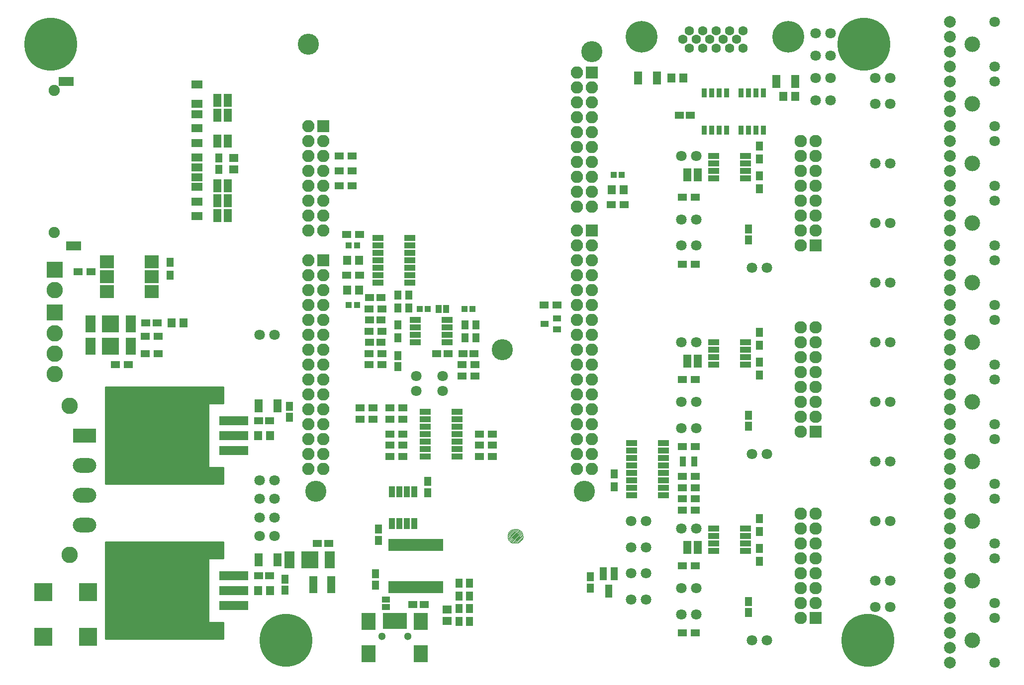
<source format=gbr>
G04 #@! TF.GenerationSoftware,KiCad,Pcbnew,(2018-01-25 revision 89a5a84af)-makepkg*
G04 #@! TF.CreationDate,2018-03-13T00:00:10+00:00*
G04 #@! TF.ProjectId,WolfDrive_H7Controller,576F6C6644726976655F4837436F6E74,rev?*
G04 #@! TF.SameCoordinates,Original*
G04 #@! TF.FileFunction,Soldermask,Top*
G04 #@! TF.FilePolarity,Negative*
%FSLAX46Y46*%
G04 Gerber Fmt 4.6, Leading zero omitted, Abs format (unit mm)*
G04 Created by KiCad (PCBNEW (2018-01-25 revision 89a5a84af)-makepkg) date Tue Mar 13 00:00:10 2018*
%MOMM*%
%LPD*%
G01*
G04 APERTURE LIST*
%ADD10C,0.100000*%
%ADD11R,3.100000X3.100000*%
%ADD12C,3.600000*%
%ADD13R,0.900000X2.700000*%
%ADD14R,2.400000X2.900000*%
%ADD15C,1.300000*%
%ADD16R,1.150000X1.600000*%
%ADD17R,1.000000X1.950000*%
%ADD18R,1.600000X1.150000*%
%ADD19R,2.127200X2.127200*%
%ADD20O,2.127200X2.127200*%
%ADD21R,1.400000X2.900000*%
%ADD22R,1.400000X1.650000*%
%ADD23R,1.650000X1.400000*%
%ADD24R,2.100000X2.100000*%
%ADD25O,2.100000X2.100000*%
%ADD26R,1.900000X1.400000*%
%ADD27R,2.600000X1.600000*%
%ADD28C,1.900000*%
%ADD29R,1.000000X1.100000*%
%ADD30R,1.600000X1.300000*%
%ADD31R,1.416000X2.178000*%
%ADD32R,1.670000X2.940000*%
%ADD33R,2.940000X2.940000*%
%ADD34R,0.908000X1.543000*%
%ADD35R,1.950000X1.000000*%
%ADD36C,2.800000*%
%ADD37R,2.800000X2.800000*%
%ADD38R,4.000000X2.480000*%
%ADD39O,4.000000X2.480000*%
%ADD40R,1.400760X2.299920*%
%ADD41R,1.035000X1.416000*%
%ADD42R,1.400760X0.999440*%
%ADD43R,1.300000X1.600000*%
%ADD44R,1.100000X1.700000*%
%ADD45R,1.200000X2.300000*%
%ADD46R,2.400000X2.180000*%
%ADD47R,1.900000X1.000000*%
%ADD48R,9.800000X11.200000*%
%ADD49R,5.000000X1.500000*%
%ADD50R,1.416000X1.035000*%
%ADD51R,0.850000X2.150000*%
%ADD52C,2.000000*%
%ADD53C,1.800000*%
%ADD54C,2.650440*%
%ADD55C,9.000000*%
%ADD56C,1.100000*%
%ADD57C,5.401260*%
%ADD58C,1.598880*%
%ADD59C,0.254000*%
G04 APERTURE END LIST*
D10*
X32744970Y-7379875D02*
X33633313Y-6491531D01*
X32816760Y-7053527D02*
X33308531Y-6561755D01*
X32764560Y-7233005D02*
X33461248Y-6536317D01*
X32728827Y-7523297D02*
X33805815Y-6446308D01*
X32719355Y-7660048D02*
X33956860Y-6422543D01*
X32717860Y-7788822D02*
X34095868Y-6410815D01*
X32729941Y-7904020D02*
X34220809Y-6413152D01*
X32755109Y-8006132D02*
X34327664Y-6433576D01*
X32782222Y-8106298D02*
X34424366Y-6464153D01*
X32811744Y-8204055D02*
X34519653Y-6496146D01*
X32844696Y-8298382D02*
X34613538Y-6529540D01*
X32890796Y-8379562D02*
X34700497Y-6569861D01*
X32956774Y-8440862D02*
X34784429Y-6613208D01*
X33028525Y-8496390D02*
X34865319Y-6659597D01*
X33101550Y-8550645D02*
X34937461Y-6714734D01*
X33178433Y-8601041D02*
X34999194Y-6780280D01*
X33257281Y-8649473D02*
X35056333Y-6850420D01*
X33340581Y-8693452D02*
X35104144Y-6929888D01*
X33427539Y-8733773D02*
X35148208Y-7013104D01*
X33524152Y-8764439D02*
X35181510Y-7107082D01*
X33631914Y-8783957D02*
X35207346Y-7208524D01*
X33746774Y-8796376D02*
X35232751Y-7310398D01*
X33871659Y-8798770D02*
X35256641Y-7413788D01*
X34009447Y-8788261D02*
X35275493Y-7522215D01*
X34148904Y-8776083D02*
X35291883Y-7633104D01*
X34288361Y-8763906D02*
X35296064Y-7756203D01*
X34447673Y-8731873D02*
X35272540Y-7907006D01*
X34727075Y-8579750D02*
X34742741Y-8564084D01*
X34946142Y-8360683D02*
X35214037Y-8092787D01*
X32748220Y-7980680D02*
X32724195Y-7874275D01*
X32724195Y-7874275D02*
X32718312Y-7689873D01*
X32718312Y-7689873D02*
X32736205Y-7448526D01*
X32736205Y-7448526D02*
X32767963Y-7208071D01*
X32767963Y-7208071D02*
X32804372Y-7076295D01*
X32804372Y-7076295D02*
X32882495Y-6940521D01*
X32882495Y-6940521D02*
X32975379Y-6835705D01*
X32975379Y-6835705D02*
X33013517Y-6766194D01*
X33013517Y-6766194D02*
X33019406Y-6759014D01*
X33019406Y-6759014D02*
X33104317Y-6703809D01*
X33104317Y-6703809D02*
X33213591Y-6594761D01*
X33213591Y-6594761D02*
X33240057Y-6580368D01*
X33240057Y-6580368D02*
X33296433Y-6563666D01*
X33296433Y-6563666D02*
X33489962Y-6530574D01*
X33489962Y-6530574D02*
X33650550Y-6486617D01*
X33650550Y-6486617D02*
X33807063Y-6445984D01*
X33807063Y-6445984D02*
X33976756Y-6419429D01*
X33976756Y-6419429D02*
X34177637Y-6404901D01*
X34177637Y-6404901D02*
X34333662Y-6434723D01*
X34333662Y-6434723D02*
X34485244Y-6483906D01*
X34485244Y-6483906D02*
X34635246Y-6537262D01*
X34635246Y-6537262D02*
X34862595Y-6657516D01*
X34862595Y-6657516D02*
X34945020Y-6720511D01*
X34945020Y-6720511D02*
X35004011Y-6785594D01*
X35004011Y-6785594D02*
X35059209Y-6853984D01*
X35059209Y-6853984D02*
X35109972Y-6939733D01*
X35109972Y-6939733D02*
X35155767Y-7027609D01*
X35155767Y-7027609D02*
X35183851Y-7114310D01*
X35183851Y-7114310D02*
X35252279Y-7388705D01*
X35252279Y-7388705D02*
X35298204Y-7676637D01*
X35298204Y-7676637D02*
X35294523Y-7813464D01*
X35294523Y-7813464D02*
X35273400Y-7904274D01*
X35273400Y-7904274D02*
X35196568Y-8148263D01*
X35196568Y-8148263D02*
X35163940Y-8203634D01*
X35163940Y-8203634D02*
X35073284Y-8271701D01*
X35073284Y-8271701D02*
X34920533Y-8380019D01*
X34920533Y-8380019D02*
X34856378Y-8435994D01*
X34856378Y-8435994D02*
X34735319Y-8572782D01*
X34735319Y-8572782D02*
X34638820Y-8654349D01*
X34638820Y-8654349D02*
X34569897Y-8692030D01*
X34569897Y-8692030D02*
X34420646Y-8740683D01*
X34420646Y-8740683D02*
X34297777Y-8763083D01*
X34297777Y-8763083D02*
X33895839Y-8798182D01*
X33895839Y-8798182D02*
X33700040Y-8794411D01*
X33700040Y-8794411D02*
X33501224Y-8760023D01*
X33501224Y-8760023D02*
X33442594Y-8740060D01*
X33442594Y-8740060D02*
X33266193Y-8654946D01*
X33266193Y-8654946D02*
X33065086Y-8524684D01*
X33065086Y-8524684D02*
X32930583Y-8420593D01*
X32930583Y-8420593D02*
X32878904Y-8367298D01*
X32878904Y-8367298D02*
X32866020Y-8346563D01*
X32866020Y-8346563D02*
X32832466Y-8270747D01*
X32832466Y-8270747D02*
X32787985Y-8127592D01*
X32787985Y-8127592D02*
X32748220Y-7980680D01*
X32748220Y-7980680D02*
X32748220Y-7980680D01*
D11*
X-46345000Y-24755000D03*
X-46345000Y-17155000D03*
X-38745000Y-24755000D03*
X-38745000Y-17155000D03*
D12*
X31750000Y24130000D03*
D13*
X11862000Y-22092000D03*
X12662000Y-22092000D03*
X13462000Y-22092000D03*
X14262000Y-22092000D03*
X15062000Y-22092000D03*
D14*
X9012000Y-22192000D03*
X9012000Y-27692000D03*
X17912000Y-22192000D03*
X17912000Y-27692000D03*
D15*
X11262000Y-24692000D03*
X15662000Y-24692000D03*
D16*
X-5207000Y-14925000D03*
X-5207000Y-16825000D03*
D17*
X16764000Y-94000D03*
X15494000Y-94000D03*
X14224000Y-94000D03*
X12954000Y-94000D03*
X12954000Y-5494000D03*
X14224000Y-5494000D03*
X15494000Y-5494000D03*
X16764000Y-5494000D03*
D18*
X-7813000Y-14351000D03*
X-9713000Y-14351000D03*
D19*
X85090000Y-21590000D03*
D20*
X82550000Y-21590000D03*
X85090000Y-19050000D03*
X82550000Y-19050000D03*
X85090000Y-16510000D03*
X82550000Y-16510000D03*
X85090000Y-13970000D03*
X82550000Y-13970000D03*
X85090000Y-11430000D03*
X82550000Y-11430000D03*
X85090000Y-8890000D03*
X82550000Y-8890000D03*
X85090000Y-6350000D03*
X82550000Y-6350000D03*
X85090000Y-3810000D03*
X82550000Y-3810000D03*
D21*
X2643000Y-15875000D03*
X-357000Y-15875000D03*
D18*
X320000Y-8890000D03*
X2220000Y-8890000D03*
X11110000Y29210000D03*
X9210000Y29210000D03*
D16*
X-4445000Y12639000D03*
X-4445000Y14539000D03*
D18*
X61915000Y64135000D03*
X63815000Y64135000D03*
D22*
X-9763000Y-16891000D03*
X-7763000Y-16891000D03*
X-7779000Y9525000D03*
X-9779000Y9525000D03*
D18*
X18476000Y-19304000D03*
X16576000Y-19304000D03*
D16*
X19050000Y-188000D03*
X19050000Y1712000D03*
D23*
X22352000Y-20082000D03*
X22352000Y-22082000D03*
D16*
X10668000Y-8316000D03*
X10668000Y-6416000D03*
D18*
X26985000Y23495000D03*
X25085000Y23495000D03*
D22*
X5350000Y39370000D03*
X7350000Y39370000D03*
X5350000Y34290000D03*
X7350000Y34290000D03*
X50435000Y51435000D03*
X52435000Y51435000D03*
D18*
X22540000Y23495000D03*
X20640000Y23495000D03*
X11110000Y33020000D03*
X9210000Y33020000D03*
D22*
X-24495000Y28702000D03*
X-22495000Y28702000D03*
D18*
X-28890000Y28702000D03*
X-26990000Y28702000D03*
D16*
X-16510000Y56830000D03*
X-16510000Y54930000D03*
D23*
X-13970000Y56880000D03*
X-13970000Y54880000D03*
D16*
X73660000Y44765000D03*
X73660000Y42865000D03*
D18*
X9210000Y25400000D03*
X11110000Y25400000D03*
D16*
X13970000Y21275000D03*
X13970000Y23175000D03*
X46736000Y-14544000D03*
X46736000Y-16444000D03*
D22*
X60595000Y70485000D03*
X62595000Y70485000D03*
X79645000Y67310000D03*
X81645000Y67310000D03*
D16*
X73660000Y-18735000D03*
X73660000Y-20635000D03*
X73660000Y11115000D03*
X73660000Y13015000D03*
D24*
X46990000Y71374000D03*
D25*
X44450000Y71374000D03*
X46990000Y68834000D03*
X44450000Y68834000D03*
X46990000Y66294000D03*
X44450000Y66294000D03*
X46990000Y63754000D03*
X44450000Y63754000D03*
X46990000Y61214000D03*
X44450000Y61214000D03*
X46990000Y58674000D03*
X44450000Y58674000D03*
X46990000Y56134000D03*
X44450000Y56134000D03*
X46990000Y53594000D03*
X44450000Y53594000D03*
X46990000Y51054000D03*
X44450000Y51054000D03*
X46990000Y48514000D03*
X44450000Y48514000D03*
D24*
X1270000Y62230000D03*
D25*
X-1270000Y62230000D03*
X1270000Y59690000D03*
X-1270000Y59690000D03*
X1270000Y57150000D03*
X-1270000Y57150000D03*
X1270000Y54610000D03*
X-1270000Y54610000D03*
X1270000Y52070000D03*
X-1270000Y52070000D03*
X1270000Y49530000D03*
X-1270000Y49530000D03*
X1270000Y46990000D03*
X-1270000Y46990000D03*
X1270000Y44450000D03*
X-1270000Y44450000D03*
D24*
X1270000Y39370000D03*
D25*
X-1270000Y39370000D03*
X1270000Y36830000D03*
X-1270000Y36830000D03*
X1270000Y34290000D03*
X-1270000Y34290000D03*
X1270000Y31750000D03*
X-1270000Y31750000D03*
X1270000Y29210000D03*
X-1270000Y29210000D03*
X1270000Y26670000D03*
X-1270000Y26670000D03*
X1270000Y24130000D03*
X-1270000Y24130000D03*
X1270000Y21590000D03*
X-1270000Y21590000D03*
X1270000Y19050000D03*
X-1270000Y19050000D03*
X1270000Y16510000D03*
X-1270000Y16510000D03*
X1270000Y13970000D03*
X-1270000Y13970000D03*
X1270000Y11430000D03*
X-1270000Y11430000D03*
X1270000Y8890000D03*
X-1270000Y8890000D03*
X1270000Y6350000D03*
X-1270000Y6350000D03*
X1270000Y3810000D03*
X-1270000Y3810000D03*
D24*
X46990000Y44450000D03*
D25*
X44450000Y44450000D03*
X46990000Y41910000D03*
X44450000Y41910000D03*
X46990000Y39370000D03*
X44450000Y39370000D03*
X46990000Y36830000D03*
X44450000Y36830000D03*
X46990000Y34290000D03*
X44450000Y34290000D03*
X46990000Y31750000D03*
X44450000Y31750000D03*
X46990000Y29210000D03*
X44450000Y29210000D03*
X46990000Y26670000D03*
X44450000Y26670000D03*
X46990000Y24130000D03*
X44450000Y24130000D03*
X46990000Y21590000D03*
X44450000Y21590000D03*
X46990000Y19050000D03*
X44450000Y19050000D03*
X46990000Y16510000D03*
X44450000Y16510000D03*
X46990000Y13970000D03*
X44450000Y13970000D03*
X46990000Y11430000D03*
X44450000Y11430000D03*
X46990000Y8890000D03*
X44450000Y8890000D03*
X46990000Y6350000D03*
X44450000Y6350000D03*
X46990000Y3810000D03*
X44450000Y3810000D03*
D26*
X-20235000Y49410000D03*
X-20235000Y51910000D03*
X-20235000Y55210000D03*
X-20235000Y56910000D03*
X-20235000Y59410000D03*
X-20235000Y61910000D03*
X-20235000Y64330000D03*
X-20235000Y66030000D03*
X-20235000Y46910000D03*
X-20235000Y53560000D03*
X-20235000Y69380000D03*
D27*
X-41235000Y41880000D03*
X-42435000Y69880000D03*
D28*
X-44535000Y44180000D03*
X-44535000Y68380000D03*
D29*
X19115000Y31115000D03*
X17715000Y31115000D03*
X7050000Y41910000D03*
X5650000Y41910000D03*
X5650000Y31750000D03*
X7050000Y31750000D03*
X52135000Y53975000D03*
X50735000Y53975000D03*
X25335000Y31115000D03*
X26735000Y31115000D03*
D30*
X64600000Y635000D03*
X62400000Y635000D03*
X64600000Y38735000D03*
X62400000Y38735000D03*
X62400000Y-24130000D03*
X64600000Y-24130000D03*
X62400000Y7620000D03*
X64600000Y7620000D03*
X62400000Y50165000D03*
X64600000Y50165000D03*
X62400000Y-12700000D03*
X64600000Y-12700000D03*
X64600000Y19050000D03*
X62400000Y19050000D03*
X62400000Y-3175000D03*
X64600000Y-3175000D03*
X64600000Y-1270000D03*
X62400000Y-1270000D03*
X62400000Y2540000D03*
X64600000Y2540000D03*
D31*
X-14986000Y46990000D03*
X-16764000Y46990000D03*
X-16764000Y49530000D03*
X-14986000Y49530000D03*
X-14986000Y52070000D03*
X-16764000Y52070000D03*
X-16764000Y59690000D03*
X-14986000Y59690000D03*
X-14986000Y64135000D03*
X-16764000Y64135000D03*
X-14986000Y66675000D03*
X-16764000Y66675000D03*
X63246000Y53975000D03*
X65024000Y53975000D03*
X63246000Y-9525000D03*
X65024000Y-9525000D03*
X65024000Y22225000D03*
X63246000Y22225000D03*
D32*
X2413000Y-11684000D03*
D33*
X-1016000Y-11684000D03*
D32*
X-4445000Y-11684000D03*
X-38354000Y28575000D03*
D33*
X-34925000Y28575000D03*
D32*
X-31496000Y28575000D03*
X-31496000Y24765000D03*
D33*
X-34925000Y24765000D03*
D32*
X-38354000Y24765000D03*
D34*
X72390000Y67945000D03*
X73660000Y67945000D03*
X74930000Y67945000D03*
X76200000Y67945000D03*
X76200000Y61595000D03*
X74930000Y61595000D03*
X73660000Y61595000D03*
X72390000Y61595000D03*
X66167000Y67945000D03*
X67437000Y67945000D03*
X68707000Y67945000D03*
X69977000Y67945000D03*
X69977000Y61595000D03*
X68707000Y61595000D03*
X67437000Y61595000D03*
X66167000Y61595000D03*
D35*
X73185000Y53340000D03*
X73185000Y54610000D03*
X73185000Y55880000D03*
X73185000Y57150000D03*
X67785000Y57150000D03*
X67785000Y55880000D03*
X67785000Y54610000D03*
X67785000Y53340000D03*
X73185000Y-10160000D03*
X73185000Y-8890000D03*
X73185000Y-7620000D03*
X73185000Y-6350000D03*
X67785000Y-6350000D03*
X67785000Y-7620000D03*
X67785000Y-8890000D03*
X67785000Y-10160000D03*
X67785000Y21590000D03*
X67785000Y22860000D03*
X67785000Y24130000D03*
X67785000Y25400000D03*
X73185000Y25400000D03*
X73185000Y24130000D03*
X73185000Y22860000D03*
X73185000Y21590000D03*
D36*
X-44450000Y23480000D03*
X-44450000Y19980000D03*
X-44450000Y26980000D03*
D37*
X-44450000Y30480000D03*
D38*
X-39370000Y9525000D03*
D39*
X-39370000Y4445000D03*
X-39370000Y-635000D03*
X-39370000Y-5715000D03*
D36*
X-41870000Y14605000D03*
X-41870000Y-10795000D03*
D40*
X58115200Y70485000D03*
X54914800Y70485000D03*
X-6527800Y-11684000D03*
X-9728200Y-11684000D03*
X-9728200Y14605000D03*
X-6527800Y14605000D03*
D41*
X20949920Y31115000D03*
X22225000Y31115000D03*
D40*
X81610200Y69850000D03*
X78409800Y69850000D03*
D36*
X-44450000Y34290000D03*
D37*
X-44450000Y37790000D03*
D20*
X82550000Y59690000D03*
X85090000Y59690000D03*
X82550000Y57150000D03*
X85090000Y57150000D03*
X82550000Y54610000D03*
X85090000Y54610000D03*
X82550000Y52070000D03*
X85090000Y52070000D03*
X82550000Y49530000D03*
X85090000Y49530000D03*
X82550000Y46990000D03*
X85090000Y46990000D03*
X82550000Y44450000D03*
X85090000Y44450000D03*
X82550000Y41910000D03*
D19*
X85090000Y41910000D03*
D20*
X82550000Y27940000D03*
X85090000Y27940000D03*
X82550000Y25400000D03*
X85090000Y25400000D03*
X82550000Y22860000D03*
X85090000Y22860000D03*
X82550000Y20320000D03*
X85090000Y20320000D03*
X82550000Y17780000D03*
X85090000Y17780000D03*
X82550000Y15240000D03*
X85090000Y15240000D03*
X82550000Y12700000D03*
X85090000Y12700000D03*
X82550000Y10160000D03*
D19*
X85090000Y10160000D03*
D42*
X41061640Y27622500D03*
X38948360Y28575000D03*
X41061640Y29527500D03*
D43*
X15875000Y31285000D03*
X15875000Y33485000D03*
D30*
X9060000Y31115000D03*
X11260000Y31115000D03*
X-29040000Y23495000D03*
X-26840000Y23495000D03*
D43*
X-24765000Y36873000D03*
X-24765000Y39073000D03*
D30*
X-31920000Y21590000D03*
X-34120000Y21590000D03*
X9060000Y21590000D03*
X11260000Y21590000D03*
X-40470000Y37465000D03*
X-38270000Y37465000D03*
D43*
X26162000Y-22182000D03*
X26162000Y-19982000D03*
D30*
X3980000Y57150000D03*
X6180000Y57150000D03*
X6180000Y54610000D03*
X3980000Y54610000D03*
X6180000Y52070000D03*
X3980000Y52070000D03*
D43*
X75565000Y51605000D03*
X75565000Y53805000D03*
X75565000Y56685000D03*
X75565000Y58885000D03*
X75565000Y-11895000D03*
X75565000Y-9695000D03*
X75565000Y-4615000D03*
X75565000Y-6815000D03*
X75565000Y22055000D03*
X75565000Y19855000D03*
X75565000Y27135000D03*
X75565000Y24935000D03*
D30*
X-29040000Y26416000D03*
X-26840000Y26416000D03*
X27135000Y19685000D03*
X24935000Y19685000D03*
X5250000Y43815000D03*
X7450000Y43815000D03*
X5250000Y36830000D03*
X7450000Y36830000D03*
X52535000Y48895000D03*
X50335000Y48895000D03*
X27135000Y21590000D03*
X24935000Y21590000D03*
D43*
X27305000Y28405000D03*
X27305000Y26205000D03*
X25400000Y28405000D03*
X25400000Y26205000D03*
D30*
X41105000Y31750000D03*
X38905000Y31750000D03*
D43*
X50800000Y3005000D03*
X50800000Y805000D03*
D30*
X12616000Y14224000D03*
X14816000Y14224000D03*
X7536000Y14224000D03*
X9736000Y14224000D03*
X12616000Y9779000D03*
X14816000Y9779000D03*
X30056000Y5969000D03*
X27856000Y5969000D03*
X14816000Y12319000D03*
X12616000Y12319000D03*
X7536000Y12319000D03*
X9736000Y12319000D03*
X12616000Y7874000D03*
X14816000Y7874000D03*
X12616000Y5969000D03*
X14816000Y5969000D03*
X30056000Y7874000D03*
X27856000Y7874000D03*
X30056000Y9779000D03*
X27856000Y9779000D03*
D44*
X64450000Y5080000D03*
X62550000Y5080000D03*
D30*
X11260000Y23495000D03*
X9060000Y23495000D03*
X9060000Y27305000D03*
X11260000Y27305000D03*
D43*
X13970000Y28405000D03*
X13970000Y26205000D03*
X13970000Y33485000D03*
X13970000Y31285000D03*
D45*
X50861000Y-13994000D03*
X48961000Y-13994000D03*
X49911000Y-16994000D03*
D46*
X-35560000Y39116000D03*
X-27940000Y34036000D03*
X-35560000Y36576000D03*
X-27940000Y36576000D03*
X-35560000Y34036000D03*
X-27940000Y39116000D03*
D35*
X22385000Y29210000D03*
X22385000Y27940000D03*
X22385000Y26670000D03*
X22385000Y25400000D03*
X16985000Y25400000D03*
X16985000Y26670000D03*
X16985000Y27940000D03*
X16985000Y29210000D03*
D47*
X16035000Y43180000D03*
X16035000Y41910000D03*
X16035000Y40640000D03*
X16035000Y39370000D03*
X16035000Y38100000D03*
X16035000Y36830000D03*
X16035000Y35560000D03*
X10635000Y35560000D03*
X10635000Y36830000D03*
X10635000Y38100000D03*
X10635000Y39370000D03*
X10635000Y40640000D03*
X10635000Y41910000D03*
X10635000Y43180000D03*
X53815000Y8255000D03*
X53815000Y6985000D03*
X53815000Y5715000D03*
X53815000Y4445000D03*
X53815000Y3175000D03*
X53815000Y1905000D03*
X53815000Y635000D03*
X53815000Y-635000D03*
X59215000Y-635000D03*
X59215000Y635000D03*
X59215000Y1905000D03*
X59215000Y3175000D03*
X59215000Y4445000D03*
X59215000Y5715000D03*
X59215000Y6985000D03*
X59215000Y8255000D03*
X18636000Y13589000D03*
X18636000Y12319000D03*
X18636000Y11049000D03*
X18636000Y9779000D03*
X18636000Y8509000D03*
X18636000Y7239000D03*
X18636000Y5969000D03*
X24036000Y5969000D03*
X24036000Y7239000D03*
X24036000Y8509000D03*
X24036000Y9779000D03*
X24036000Y11049000D03*
X24036000Y12319000D03*
X24036000Y13589000D03*
D48*
X-23060000Y-16891000D03*
D49*
X-13910000Y-14351000D03*
X-13910000Y-16891000D03*
X-13910000Y-19431000D03*
X-13910000Y6985000D03*
X-13910000Y9525000D03*
X-13910000Y12065000D03*
D48*
X-23060000Y9525000D03*
D18*
X-9713000Y12065000D03*
X-7813000Y12065000D03*
D16*
X10160000Y-15936000D03*
X10160000Y-14036000D03*
D43*
X24384000Y-15664000D03*
X24384000Y-17864000D03*
X26162000Y-17864000D03*
X26162000Y-15664000D03*
D50*
X11938000Y-18412460D03*
X11938000Y-19687540D03*
D43*
X24384000Y-19982000D03*
X24384000Y-22182000D03*
D51*
X21243000Y-9100000D03*
X20593000Y-9100000D03*
X19943000Y-9100000D03*
X19293000Y-9100000D03*
X18643000Y-9100000D03*
X17993000Y-9100000D03*
X17343000Y-9100000D03*
X16693000Y-9100000D03*
X16043000Y-9100000D03*
X15393000Y-9100000D03*
X14743000Y-9100000D03*
X14093000Y-9100000D03*
X13443000Y-9100000D03*
X12793000Y-9100000D03*
X12793000Y-16300000D03*
X13443000Y-16300000D03*
X14093000Y-16300000D03*
X14743000Y-16300000D03*
X15393000Y-16300000D03*
X16043000Y-16300000D03*
X16693000Y-16300000D03*
X17343000Y-16300000D03*
X17993000Y-16300000D03*
X18643000Y-16300000D03*
X19293000Y-16300000D03*
X19943000Y-16300000D03*
X20593000Y-16300000D03*
X21243000Y-16300000D03*
D52*
X107950000Y80010000D03*
X107950000Y77470000D03*
X107950000Y74930000D03*
X107950000Y72390000D03*
D53*
X115570000Y72390000D03*
X115570000Y80010000D03*
D54*
X111760000Y76200000D03*
X111760000Y-5080000D03*
D53*
X115570000Y-1270000D03*
X115570000Y-8890000D03*
D52*
X107950000Y-8890000D03*
X107950000Y-6350000D03*
X107950000Y-3810000D03*
X107950000Y-1270000D03*
D54*
X111760000Y-15240000D03*
D53*
X115570000Y-11430000D03*
X115570000Y-19050000D03*
D52*
X107950000Y-19050000D03*
X107950000Y-16510000D03*
X107950000Y-13970000D03*
X107950000Y-11430000D03*
X107950000Y8890000D03*
X107950000Y6350000D03*
X107950000Y3810000D03*
X107950000Y1270000D03*
D53*
X115570000Y1270000D03*
X115570000Y8890000D03*
D54*
X111760000Y5080000D03*
X111760000Y15240000D03*
D53*
X115570000Y19050000D03*
X115570000Y11430000D03*
D52*
X107950000Y11430000D03*
X107950000Y13970000D03*
X107950000Y16510000D03*
X107950000Y19050000D03*
D54*
X111760000Y25400000D03*
D53*
X115570000Y29210000D03*
X115570000Y21590000D03*
D52*
X107950000Y21590000D03*
X107950000Y24130000D03*
X107950000Y26670000D03*
X107950000Y29210000D03*
X107950000Y39370000D03*
X107950000Y36830000D03*
X107950000Y34290000D03*
X107950000Y31750000D03*
D53*
X115570000Y31750000D03*
X115570000Y39370000D03*
D54*
X111760000Y35560000D03*
X111760000Y45720000D03*
D53*
X115570000Y49530000D03*
X115570000Y41910000D03*
D52*
X107950000Y41910000D03*
X107950000Y44450000D03*
X107950000Y46990000D03*
X107950000Y49530000D03*
X107950000Y59690000D03*
X107950000Y57150000D03*
X107950000Y54610000D03*
X107950000Y52070000D03*
D53*
X115570000Y52070000D03*
X115570000Y59690000D03*
D54*
X111760000Y55880000D03*
D52*
X107950000Y69850000D03*
X107950000Y67310000D03*
X107950000Y64770000D03*
X107950000Y62230000D03*
D53*
X115570000Y62230000D03*
X115570000Y69850000D03*
D54*
X111760000Y66040000D03*
D52*
X107950000Y-21590000D03*
X107950000Y-24130000D03*
X107950000Y-26670000D03*
X107950000Y-29210000D03*
D53*
X115570000Y-29210000D03*
X115570000Y-21590000D03*
D54*
X111760000Y-25400000D03*
D55*
X-5080000Y-25400000D03*
D56*
X-1855000Y-25400000D03*
X-2799581Y-27680419D03*
X-5080000Y-28625000D03*
X-7360419Y-27680419D03*
X-8305000Y-25400000D03*
X-7360419Y-23119581D03*
X-5080000Y-22175000D03*
X-2799581Y-23119581D03*
X95625419Y78480419D03*
X93345000Y79425000D03*
X91064581Y78480419D03*
X90120000Y76200000D03*
X91064581Y73919581D03*
X93345000Y72975000D03*
X95625419Y73919581D03*
X96570000Y76200000D03*
D55*
X93345000Y76200000D03*
X-45085000Y76200000D03*
D56*
X-41860000Y76200000D03*
X-42804581Y73919581D03*
X-45085000Y72975000D03*
X-47365419Y73919581D03*
X-48310000Y76200000D03*
X-47365419Y78480419D03*
X-45085000Y79425000D03*
X-42804581Y78480419D03*
X96260419Y-23119581D03*
X93980000Y-22175000D03*
X91699581Y-23119581D03*
X90755000Y-25400000D03*
X91699581Y-27680419D03*
X93980000Y-28625000D03*
X96260419Y-27680419D03*
X97205000Y-25400000D03*
D55*
X93980000Y-25400000D03*
D12*
X-1270000Y76200000D03*
X46990000Y74930000D03*
X45720000Y0D03*
X0Y0D03*
D53*
X95250000Y-5080000D03*
X97790000Y-5080000D03*
X97790000Y-15240000D03*
X95250000Y-15240000D03*
X95250000Y5080000D03*
X97790000Y5080000D03*
X97790000Y15240000D03*
X95250000Y15240000D03*
X95250000Y25400000D03*
X97790000Y25400000D03*
X97790000Y35560000D03*
X95250000Y35560000D03*
X-9525000Y-4445000D03*
X-6985000Y-4445000D03*
X74295000Y38100000D03*
X76835000Y38100000D03*
X76835000Y6350000D03*
X74295000Y6350000D03*
X76835000Y-25400000D03*
X74295000Y-25400000D03*
X-9525000Y-1270000D03*
X-6985000Y-1270000D03*
X17145000Y17145000D03*
X17145000Y19685000D03*
X21590000Y17145000D03*
X21590000Y19685000D03*
X62230000Y41910000D03*
X64770000Y41910000D03*
X64770000Y-20955000D03*
X62230000Y-20955000D03*
X62230000Y10795000D03*
X64770000Y10795000D03*
X64770000Y46355000D03*
X62230000Y46355000D03*
X62230000Y-16510000D03*
X64770000Y-16510000D03*
X62230000Y15240000D03*
X64770000Y15240000D03*
X97790000Y-19685000D03*
X95250000Y-19685000D03*
X62230000Y25400000D03*
X64770000Y25400000D03*
X64770000Y-6350000D03*
X62230000Y-6350000D03*
X62230000Y57150000D03*
X64770000Y57150000D03*
X56261000Y-9525000D03*
X53721000Y-9525000D03*
X56261000Y-5080000D03*
X53721000Y-5080000D03*
X97790000Y45720000D03*
X95250000Y45720000D03*
X95250000Y55880000D03*
X97790000Y55880000D03*
X97790000Y66040000D03*
X95250000Y66040000D03*
X95250000Y70485000D03*
X97790000Y70485000D03*
X56261000Y-13970000D03*
X53721000Y-13970000D03*
X-9525000Y1905000D03*
X-6985000Y1905000D03*
X56261000Y-18415000D03*
X53721000Y-18415000D03*
X-9525000Y-7620000D03*
X-6985000Y-7620000D03*
X-6985000Y26670000D03*
X-9525000Y26670000D03*
X87630000Y74295000D03*
X85090000Y74295000D03*
X87630000Y70485000D03*
X85090000Y70485000D03*
X85090000Y66675000D03*
X87630000Y66675000D03*
X85090000Y78105000D03*
X87630000Y78105000D03*
D57*
X55450740Y77538580D03*
D58*
X68211700Y75539600D03*
X65925700Y75539600D03*
X63634620Y75539600D03*
X70505320Y75539600D03*
X72793860Y75539600D03*
X69359780Y77038200D03*
X67071240Y77038200D03*
X64780160Y77038200D03*
X62489080Y77038200D03*
D57*
X80439260Y77538580D03*
D58*
X71650860Y77038200D03*
X63634620Y78539340D03*
X65925700Y78539340D03*
X68214240Y78536800D03*
X70505320Y78539340D03*
X72793860Y78539340D03*
D59*
G36*
X-15748000Y14986000D02*
X-18161000Y14986000D01*
X-18209601Y14976333D01*
X-18250803Y14948803D01*
X-18278333Y14907601D01*
X-18288000Y14859000D01*
X-18288000Y4191000D01*
X-18278333Y4142399D01*
X-18250803Y4101197D01*
X-18209601Y4073667D01*
X-18161000Y4064000D01*
X-15748000Y4064000D01*
X-15748000Y1270000D01*
X-35814000Y1270000D01*
X-35814000Y17780000D01*
X-15748000Y17780000D01*
X-15748000Y14986000D01*
X-15748000Y14986000D01*
G37*
X-15748000Y14986000D02*
X-18161000Y14986000D01*
X-18209601Y14976333D01*
X-18250803Y14948803D01*
X-18278333Y14907601D01*
X-18288000Y14859000D01*
X-18288000Y4191000D01*
X-18278333Y4142399D01*
X-18250803Y4101197D01*
X-18209601Y4073667D01*
X-18161000Y4064000D01*
X-15748000Y4064000D01*
X-15748000Y1270000D01*
X-35814000Y1270000D01*
X-35814000Y17780000D01*
X-15748000Y17780000D01*
X-15748000Y14986000D01*
G36*
X-15752341Y-11430000D02*
X-18165341Y-11430000D01*
X-18213942Y-11439667D01*
X-18255144Y-11467197D01*
X-18282674Y-11508399D01*
X-18292341Y-11557000D01*
X-18292341Y-22225000D01*
X-18282674Y-22273601D01*
X-18255144Y-22314803D01*
X-18213942Y-22342333D01*
X-18165341Y-22352000D01*
X-15752341Y-22352000D01*
X-15752341Y-25146000D01*
X-35818341Y-25146000D01*
X-35818341Y-8636000D01*
X-15752341Y-8636000D01*
X-15752341Y-11430000D01*
X-15752341Y-11430000D01*
G37*
X-15752341Y-11430000D02*
X-18165341Y-11430000D01*
X-18213942Y-11439667D01*
X-18255144Y-11467197D01*
X-18282674Y-11508399D01*
X-18292341Y-11557000D01*
X-18292341Y-22225000D01*
X-18282674Y-22273601D01*
X-18255144Y-22314803D01*
X-18213942Y-22342333D01*
X-18165341Y-22352000D01*
X-15752341Y-22352000D01*
X-15752341Y-25146000D01*
X-35818341Y-25146000D01*
X-35818341Y-8636000D01*
X-15752341Y-8636000D01*
X-15752341Y-11430000D01*
M02*

</source>
